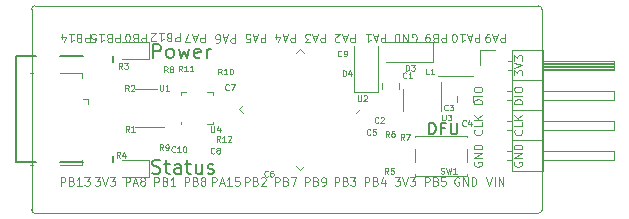
<source format=gto>
From 22959d7e355fc75186cb1cedfdeb1ab7f00991a2 Mon Sep 17 00:00:00 2001
From: Jan--Henrik <janhenrik@janhenrik.org>
Date: Sun, 5 May 2019 17:11:19 +0200
Subject: initital commit

---
 gerber/stm32f072PrototypingBoard-F_SilkS.gto | 2581 ++++++++++++++++++++++++++
 1 file changed, 2581 insertions(+)
 create mode 100644 gerber/stm32f072PrototypingBoard-F_SilkS.gto

(limited to 'gerber/stm32f072PrototypingBoard-F_SilkS.gto')

diff --git a/gerber/stm32f072PrototypingBoard-F_SilkS.gto b/gerber/stm32f072PrototypingBoard-F_SilkS.gto
new file mode 100644
index 0000000..f98bdc1
--- /dev/null
+++ b/gerber/stm32f072PrototypingBoard-F_SilkS.gto
@@ -0,0 +1,2581 @@
+G04 #@! TF.GenerationSoftware,KiCad,Pcbnew,5.1.0*
+G04 #@! TF.CreationDate,2019-05-01T17:58:47+02:00*
+G04 #@! TF.ProjectId,stm32f072PrototypingBoard,73746d33-3266-4303-9732-50726f746f74,rev?*
+G04 #@! TF.SameCoordinates,Original*
+G04 #@! TF.FileFunction,Legend,Top*
+G04 #@! TF.FilePolarity,Positive*
+%FSLAX46Y46*%
+G04 Gerber Fmt 4.6, Leading zero omitted, Abs format (unit mm)*
+G04 Created by KiCad (PCBNEW 5.1.0) date 2019-05-01 17:58:47*
+%MOMM*%
+%LPD*%
+G04 APERTURE LIST*
+%ADD10C,0.100000*%
+%ADD11C,0.150000*%
+%ADD12C,0.050000*%
+%ADD13C,0.120000*%
+G04 APERTURE END LIST*
+D10*
+X29691666Y-22183333D02*
+X29691666Y-22883333D01*
+X29425000Y-22883333D01*
+X29358333Y-22850000D01*
+X29325000Y-22816666D01*
+X29291666Y-22750000D01*
+X29291666Y-22650000D01*
+X29325000Y-22583333D01*
+X29358333Y-22550000D01*
+X29425000Y-22516666D01*
+X29691666Y-22516666D01*
+X28758333Y-22550000D02*
+X28658333Y-22516666D01*
+X28625000Y-22483333D01*
+X28591666Y-22416666D01*
+X28591666Y-22316666D01*
+X28625000Y-22250000D01*
+X28658333Y-22216666D01*
+X28725000Y-22183333D01*
+X28991666Y-22183333D01*
+X28991666Y-22883333D01*
+X28758333Y-22883333D01*
+X28691666Y-22850000D01*
+X28658333Y-22816666D01*
+X28625000Y-22750000D01*
+X28625000Y-22683333D01*
+X28658333Y-22616666D01*
+X28691666Y-22583333D01*
+X28758333Y-22550000D01*
+X28991666Y-22550000D01*
+X28158333Y-22883333D02*
+X28091666Y-22883333D01*
+X28025000Y-22850000D01*
+X27991666Y-22816666D01*
+X27958333Y-22750000D01*
+X27925000Y-22616666D01*
+X27925000Y-22450000D01*
+X27958333Y-22316666D01*
+X27991666Y-22250000D01*
+X28025000Y-22216666D01*
+X28091666Y-22183333D01*
+X28158333Y-22183333D01*
+X28225000Y-22216666D01*
+X28258333Y-22250000D01*
+X28291666Y-22316666D01*
+X28325000Y-22450000D01*
+X28325000Y-22616666D01*
+X28291666Y-22750000D01*
+X28258333Y-22816666D01*
+X28225000Y-22850000D01*
+X28158333Y-22883333D01*
+X24925000Y-22183333D02*
+X24925000Y-22883333D01*
+X24658333Y-22883333D01*
+X24591666Y-22850000D01*
+X24558333Y-22816666D01*
+X24525000Y-22750000D01*
+X24525000Y-22650000D01*
+X24558333Y-22583333D01*
+X24591666Y-22550000D01*
+X24658333Y-22516666D01*
+X24925000Y-22516666D01*
+X23991666Y-22550000D02*
+X23891666Y-22516666D01*
+X23858333Y-22483333D01*
+X23825000Y-22416666D01*
+X23825000Y-22316666D01*
+X23858333Y-22250000D01*
+X23891666Y-22216666D01*
+X23958333Y-22183333D01*
+X24225000Y-22183333D01*
+X24225000Y-22883333D01*
+X23991666Y-22883333D01*
+X23925000Y-22850000D01*
+X23891666Y-22816666D01*
+X23858333Y-22750000D01*
+X23858333Y-22683333D01*
+X23891666Y-22616666D01*
+X23925000Y-22583333D01*
+X23991666Y-22550000D01*
+X24225000Y-22550000D01*
+X23158333Y-22183333D02*
+X23558333Y-22183333D01*
+X23358333Y-22183333D02*
+X23358333Y-22883333D01*
+X23425000Y-22783333D01*
+X23491666Y-22716666D01*
+X23558333Y-22683333D01*
+X22558333Y-22650000D02*
+X22558333Y-22183333D01*
+X22725000Y-22916666D02*
+X22891666Y-22416666D01*
+X22458333Y-22416666D01*
+X27475000Y-22183333D02*
+X27475000Y-22883333D01*
+X27208333Y-22883333D01*
+X27141666Y-22850000D01*
+X27108333Y-22816666D01*
+X27075000Y-22750000D01*
+X27075000Y-22650000D01*
+X27108333Y-22583333D01*
+X27141666Y-22550000D01*
+X27208333Y-22516666D01*
+X27475000Y-22516666D01*
+X26541666Y-22550000D02*
+X26441666Y-22516666D01*
+X26408333Y-22483333D01*
+X26375000Y-22416666D01*
+X26375000Y-22316666D01*
+X26408333Y-22250000D01*
+X26441666Y-22216666D01*
+X26508333Y-22183333D01*
+X26775000Y-22183333D01*
+X26775000Y-22883333D01*
+X26541666Y-22883333D01*
+X26475000Y-22850000D01*
+X26441666Y-22816666D01*
+X26408333Y-22750000D01*
+X26408333Y-22683333D01*
+X26441666Y-22616666D01*
+X26475000Y-22583333D01*
+X26541666Y-22550000D01*
+X26775000Y-22550000D01*
+X25708333Y-22183333D02*
+X26108333Y-22183333D01*
+X25908333Y-22183333D02*
+X25908333Y-22883333D01*
+X25975000Y-22783333D01*
+X26041666Y-22716666D01*
+X26108333Y-22683333D01*
+X25075000Y-22883333D02*
+X25408333Y-22883333D01*
+X25441666Y-22550000D01*
+X25408333Y-22583333D01*
+X25341666Y-22616666D01*
+X25175000Y-22616666D01*
+X25108333Y-22583333D01*
+X25075000Y-22550000D01*
+X25041666Y-22483333D01*
+X25041666Y-22316666D01*
+X25075000Y-22250000D01*
+X25108333Y-22216666D01*
+X25175000Y-22183333D01*
+X25341666Y-22183333D01*
+X25408333Y-22216666D01*
+X25441666Y-22250000D01*
+X32550000Y-22133333D02*
+X32550000Y-22833333D01*
+X32283333Y-22833333D01*
+X32216666Y-22800000D01*
+X32183333Y-22766666D01*
+X32150000Y-22700000D01*
+X32150000Y-22600000D01*
+X32183333Y-22533333D01*
+X32216666Y-22500000D01*
+X32283333Y-22466666D01*
+X32550000Y-22466666D01*
+X31616666Y-22500000D02*
+X31516666Y-22466666D01*
+X31483333Y-22433333D01*
+X31450000Y-22366666D01*
+X31450000Y-22266666D01*
+X31483333Y-22200000D01*
+X31516666Y-22166666D01*
+X31583333Y-22133333D01*
+X31850000Y-22133333D01*
+X31850000Y-22833333D01*
+X31616666Y-22833333D01*
+X31550000Y-22800000D01*
+X31516666Y-22766666D01*
+X31483333Y-22700000D01*
+X31483333Y-22633333D01*
+X31516666Y-22566666D01*
+X31550000Y-22533333D01*
+X31616666Y-22500000D01*
+X31850000Y-22500000D01*
+X30783333Y-22133333D02*
+X31183333Y-22133333D01*
+X30983333Y-22133333D02*
+X30983333Y-22833333D01*
+X31050000Y-22733333D01*
+X31116666Y-22666666D01*
+X31183333Y-22633333D01*
+X30516666Y-22766666D02*
+X30483333Y-22800000D01*
+X30416666Y-22833333D01*
+X30250000Y-22833333D01*
+X30183333Y-22800000D01*
+X30150000Y-22766666D01*
+X30116666Y-22700000D01*
+X30116666Y-22633333D01*
+X30150000Y-22533333D01*
+X30550000Y-22133333D01*
+X30116666Y-22133333D01*
+X34666666Y-22183333D02*
+X34666666Y-22883333D01*
+X34400000Y-22883333D01*
+X34333333Y-22850000D01*
+X34300000Y-22816666D01*
+X34266666Y-22750000D01*
+X34266666Y-22650000D01*
+X34300000Y-22583333D01*
+X34333333Y-22550000D01*
+X34400000Y-22516666D01*
+X34666666Y-22516666D01*
+X34000000Y-22383333D02*
+X33666666Y-22383333D01*
+X34066666Y-22183333D02*
+X33833333Y-22883333D01*
+X33600000Y-22183333D01*
+X33433333Y-22883333D02*
+X32966666Y-22883333D01*
+X33266666Y-22183333D01*
+X37241666Y-22233333D02*
+X37241666Y-22933333D01*
+X36975000Y-22933333D01*
+X36908333Y-22900000D01*
+X36875000Y-22866666D01*
+X36841666Y-22800000D01*
+X36841666Y-22700000D01*
+X36875000Y-22633333D01*
+X36908333Y-22600000D01*
+X36975000Y-22566666D01*
+X37241666Y-22566666D01*
+X36575000Y-22433333D02*
+X36241666Y-22433333D01*
+X36641666Y-22233333D02*
+X36408333Y-22933333D01*
+X36175000Y-22233333D01*
+X35641666Y-22933333D02*
+X35775000Y-22933333D01*
+X35841666Y-22900000D01*
+X35875000Y-22866666D01*
+X35941666Y-22766666D01*
+X35975000Y-22633333D01*
+X35975000Y-22366666D01*
+X35941666Y-22300000D01*
+X35908333Y-22266666D01*
+X35841666Y-22233333D01*
+X35708333Y-22233333D01*
+X35641666Y-22266666D01*
+X35608333Y-22300000D01*
+X35575000Y-22366666D01*
+X35575000Y-22533333D01*
+X35608333Y-22600000D01*
+X35641666Y-22633333D01*
+X35708333Y-22666666D01*
+X35841666Y-22666666D01*
+X35908333Y-22633333D01*
+X35941666Y-22600000D01*
+X35975000Y-22533333D01*
+X39791666Y-22183333D02*
+X39791666Y-22883333D01*
+X39525000Y-22883333D01*
+X39458333Y-22850000D01*
+X39425000Y-22816666D01*
+X39391666Y-22750000D01*
+X39391666Y-22650000D01*
+X39425000Y-22583333D01*
+X39458333Y-22550000D01*
+X39525000Y-22516666D01*
+X39791666Y-22516666D01*
+X39125000Y-22383333D02*
+X38791666Y-22383333D01*
+X39191666Y-22183333D02*
+X38958333Y-22883333D01*
+X38725000Y-22183333D01*
+X38158333Y-22883333D02*
+X38491666Y-22883333D01*
+X38525000Y-22550000D01*
+X38491666Y-22583333D01*
+X38425000Y-22616666D01*
+X38258333Y-22616666D01*
+X38191666Y-22583333D01*
+X38158333Y-22550000D01*
+X38125000Y-22483333D01*
+X38125000Y-22316666D01*
+X38158333Y-22250000D01*
+X38191666Y-22216666D01*
+X38258333Y-22183333D01*
+X38425000Y-22183333D01*
+X38491666Y-22216666D01*
+X38525000Y-22250000D01*
+X42316666Y-22183333D02*
+X42316666Y-22883333D01*
+X42050000Y-22883333D01*
+X41983333Y-22850000D01*
+X41950000Y-22816666D01*
+X41916666Y-22750000D01*
+X41916666Y-22650000D01*
+X41950000Y-22583333D01*
+X41983333Y-22550000D01*
+X42050000Y-22516666D01*
+X42316666Y-22516666D01*
+X41650000Y-22383333D02*
+X41316666Y-22383333D01*
+X41716666Y-22183333D02*
+X41483333Y-22883333D01*
+X41250000Y-22183333D01*
+X40716666Y-22650000D02*
+X40716666Y-22183333D01*
+X40883333Y-22916666D02*
+X41050000Y-22416666D01*
+X40616666Y-22416666D01*
+X44841666Y-22183333D02*
+X44841666Y-22883333D01*
+X44575000Y-22883333D01*
+X44508333Y-22850000D01*
+X44475000Y-22816666D01*
+X44441666Y-22750000D01*
+X44441666Y-22650000D01*
+X44475000Y-22583333D01*
+X44508333Y-22550000D01*
+X44575000Y-22516666D01*
+X44841666Y-22516666D01*
+X44175000Y-22383333D02*
+X43841666Y-22383333D01*
+X44241666Y-22183333D02*
+X44008333Y-22883333D01*
+X43775000Y-22183333D01*
+X43608333Y-22883333D02*
+X43175000Y-22883333D01*
+X43408333Y-22616666D01*
+X43308333Y-22616666D01*
+X43241666Y-22583333D01*
+X43208333Y-22550000D01*
+X43175000Y-22483333D01*
+X43175000Y-22316666D01*
+X43208333Y-22250000D01*
+X43241666Y-22216666D01*
+X43308333Y-22183333D01*
+X43508333Y-22183333D01*
+X43575000Y-22216666D01*
+X43608333Y-22250000D01*
+X47366666Y-22183333D02*
+X47366666Y-22883333D01*
+X47100000Y-22883333D01*
+X47033333Y-22850000D01*
+X47000000Y-22816666D01*
+X46966666Y-22750000D01*
+X46966666Y-22650000D01*
+X47000000Y-22583333D01*
+X47033333Y-22550000D01*
+X47100000Y-22516666D01*
+X47366666Y-22516666D01*
+X46700000Y-22383333D02*
+X46366666Y-22383333D01*
+X46766666Y-22183333D02*
+X46533333Y-22883333D01*
+X46300000Y-22183333D01*
+X46100000Y-22816666D02*
+X46066666Y-22850000D01*
+X46000000Y-22883333D01*
+X45833333Y-22883333D01*
+X45766666Y-22850000D01*
+X45733333Y-22816666D01*
+X45700000Y-22750000D01*
+X45700000Y-22683333D01*
+X45733333Y-22583333D01*
+X46133333Y-22183333D01*
+X45700000Y-22183333D01*
+X49966666Y-22183333D02*
+X49966666Y-22883333D01*
+X49700000Y-22883333D01*
+X49633333Y-22850000D01*
+X49600000Y-22816666D01*
+X49566666Y-22750000D01*
+X49566666Y-22650000D01*
+X49600000Y-22583333D01*
+X49633333Y-22550000D01*
+X49700000Y-22516666D01*
+X49966666Y-22516666D01*
+X49300000Y-22383333D02*
+X48966666Y-22383333D01*
+X49366666Y-22183333D02*
+X49133333Y-22883333D01*
+X48900000Y-22183333D01*
+X48300000Y-22183333D02*
+X48700000Y-22183333D01*
+X48500000Y-22183333D02*
+X48500000Y-22883333D01*
+X48566666Y-22783333D01*
+X48633333Y-22716666D01*
+X48700000Y-22683333D01*
+X52208333Y-22850000D02*
+X52275000Y-22883333D01*
+X52375000Y-22883333D01*
+X52475000Y-22850000D01*
+X52541666Y-22783333D01*
+X52575000Y-22716666D01*
+X52608333Y-22583333D01*
+X52608333Y-22483333D01*
+X52575000Y-22350000D01*
+X52541666Y-22283333D01*
+X52475000Y-22216666D01*
+X52375000Y-22183333D01*
+X52308333Y-22183333D01*
+X52208333Y-22216666D01*
+X52175000Y-22250000D01*
+X52175000Y-22483333D01*
+X52308333Y-22483333D01*
+X51875000Y-22183333D02*
+X51875000Y-22883333D01*
+X51475000Y-22183333D01*
+X51475000Y-22883333D01*
+X51141666Y-22183333D02*
+X51141666Y-22883333D01*
+X50975000Y-22883333D01*
+X50875000Y-22850000D01*
+X50808333Y-22783333D01*
+X50775000Y-22716666D01*
+X50741666Y-22583333D01*
+X50741666Y-22483333D01*
+X50775000Y-22350000D01*
+X50808333Y-22283333D01*
+X50875000Y-22216666D01*
+X50975000Y-22183333D01*
+X51141666Y-22183333D01*
+X55091666Y-22183333D02*
+X55091666Y-22883333D01*
+X54825000Y-22883333D01*
+X54758333Y-22850000D01*
+X54725000Y-22816666D01*
+X54691666Y-22750000D01*
+X54691666Y-22650000D01*
+X54725000Y-22583333D01*
+X54758333Y-22550000D01*
+X54825000Y-22516666D01*
+X55091666Y-22516666D01*
+X54158333Y-22550000D02*
+X54058333Y-22516666D01*
+X54025000Y-22483333D01*
+X53991666Y-22416666D01*
+X53991666Y-22316666D01*
+X54025000Y-22250000D01*
+X54058333Y-22216666D01*
+X54125000Y-22183333D01*
+X54391666Y-22183333D01*
+X54391666Y-22883333D01*
+X54158333Y-22883333D01*
+X54091666Y-22850000D01*
+X54058333Y-22816666D01*
+X54025000Y-22750000D01*
+X54025000Y-22683333D01*
+X54058333Y-22616666D01*
+X54091666Y-22583333D01*
+X54158333Y-22550000D01*
+X54391666Y-22550000D01*
+X53658333Y-22183333D02*
+X53525000Y-22183333D01*
+X53458333Y-22216666D01*
+X53425000Y-22250000D01*
+X53358333Y-22350000D01*
+X53325000Y-22483333D01*
+X53325000Y-22750000D01*
+X53358333Y-22816666D01*
+X53391666Y-22850000D01*
+X53458333Y-22883333D01*
+X53591666Y-22883333D01*
+X53658333Y-22850000D01*
+X53691666Y-22816666D01*
+X53725000Y-22750000D01*
+X53725000Y-22583333D01*
+X53691666Y-22516666D01*
+X53658333Y-22483333D01*
+X53591666Y-22450000D01*
+X53458333Y-22450000D01*
+X53391666Y-22483333D01*
+X53358333Y-22516666D01*
+X53325000Y-22583333D01*
+X57925000Y-22183333D02*
+X57925000Y-22883333D01*
+X57658333Y-22883333D01*
+X57591666Y-22850000D01*
+X57558333Y-22816666D01*
+X57525000Y-22750000D01*
+X57525000Y-22650000D01*
+X57558333Y-22583333D01*
+X57591666Y-22550000D01*
+X57658333Y-22516666D01*
+X57925000Y-22516666D01*
+X57258333Y-22383333D02*
+X56925000Y-22383333D01*
+X57325000Y-22183333D02*
+X57091666Y-22883333D01*
+X56858333Y-22183333D01*
+X56258333Y-22183333D02*
+X56658333Y-22183333D01*
+X56458333Y-22183333D02*
+X56458333Y-22883333D01*
+X56525000Y-22783333D01*
+X56591666Y-22716666D01*
+X56658333Y-22683333D01*
+X55825000Y-22883333D02*
+X55758333Y-22883333D01*
+X55691666Y-22850000D01*
+X55658333Y-22816666D01*
+X55625000Y-22750000D01*
+X55591666Y-22616666D01*
+X55591666Y-22450000D01*
+X55625000Y-22316666D01*
+X55658333Y-22250000D01*
+X55691666Y-22216666D01*
+X55758333Y-22183333D01*
+X55825000Y-22183333D01*
+X55891666Y-22216666D01*
+X55925000Y-22250000D01*
+X55958333Y-22316666D01*
+X55991666Y-22450000D01*
+X55991666Y-22616666D01*
+X55958333Y-22750000D01*
+X55925000Y-22816666D01*
+X55891666Y-22850000D01*
+X55825000Y-22883333D01*
+X60091666Y-22183333D02*
+X60091666Y-22883333D01*
+X59825000Y-22883333D01*
+X59758333Y-22850000D01*
+X59725000Y-22816666D01*
+X59691666Y-22750000D01*
+X59691666Y-22650000D01*
+X59725000Y-22583333D01*
+X59758333Y-22550000D01*
+X59825000Y-22516666D01*
+X60091666Y-22516666D01*
+X59425000Y-22383333D02*
+X59091666Y-22383333D01*
+X59491666Y-22183333D02*
+X59258333Y-22883333D01*
+X59025000Y-22183333D01*
+X58758333Y-22183333D02*
+X58625000Y-22183333D01*
+X58558333Y-22216666D01*
+X58525000Y-22250000D01*
+X58458333Y-22350000D01*
+X58425000Y-22483333D01*
+X58425000Y-22750000D01*
+X58458333Y-22816666D01*
+X58491666Y-22850000D01*
+X58558333Y-22883333D01*
+X58691666Y-22883333D01*
+X58758333Y-22850000D01*
+X58791666Y-22816666D01*
+X58825000Y-22750000D01*
+X58825000Y-22583333D01*
+X58791666Y-22516666D01*
+X58758333Y-22483333D01*
+X58691666Y-22450000D01*
+X58558333Y-22450000D01*
+X58491666Y-22483333D01*
+X58458333Y-22516666D01*
+X58425000Y-22583333D01*
+X58508333Y-34341666D02*
+X58741666Y-35041666D01*
+X58975000Y-34341666D01*
+X59208333Y-35041666D02*
+X59208333Y-34341666D01*
+X59541666Y-35041666D02*
+X59541666Y-34341666D01*
+X59941666Y-35041666D01*
+X59941666Y-34341666D01*
+X56191666Y-34375000D02*
+X56125000Y-34341666D01*
+X56025000Y-34341666D01*
+X55925000Y-34375000D01*
+X55858333Y-34441666D01*
+X55825000Y-34508333D01*
+X55791666Y-34641666D01*
+X55791666Y-34741666D01*
+X55825000Y-34875000D01*
+X55858333Y-34941666D01*
+X55925000Y-35008333D01*
+X56025000Y-35041666D01*
+X56091666Y-35041666D01*
+X56191666Y-35008333D01*
+X56225000Y-34975000D01*
+X56225000Y-34741666D01*
+X56091666Y-34741666D01*
+X56525000Y-35041666D02*
+X56525000Y-34341666D01*
+X56925000Y-35041666D01*
+X56925000Y-34341666D01*
+X57258333Y-35041666D02*
+X57258333Y-34341666D01*
+X57425000Y-34341666D01*
+X57525000Y-34375000D01*
+X57591666Y-34441666D01*
+X57625000Y-34508333D01*
+X57658333Y-34641666D01*
+X57658333Y-34741666D01*
+X57625000Y-34875000D01*
+X57591666Y-34941666D01*
+X57525000Y-35008333D01*
+X57425000Y-35041666D01*
+X57258333Y-35041666D01*
+X53308333Y-35041666D02*
+X53308333Y-34341666D01*
+X53575000Y-34341666D01*
+X53641666Y-34375000D01*
+X53675000Y-34408333D01*
+X53708333Y-34475000D01*
+X53708333Y-34575000D01*
+X53675000Y-34641666D01*
+X53641666Y-34675000D01*
+X53575000Y-34708333D01*
+X53308333Y-34708333D01*
+X54241666Y-34675000D02*
+X54341666Y-34708333D01*
+X54375000Y-34741666D01*
+X54408333Y-34808333D01*
+X54408333Y-34908333D01*
+X54375000Y-34975000D01*
+X54341666Y-35008333D01*
+X54275000Y-35041666D01*
+X54008333Y-35041666D01*
+X54008333Y-34341666D01*
+X54241666Y-34341666D01*
+X54308333Y-34375000D01*
+X54341666Y-34408333D01*
+X54375000Y-34475000D01*
+X54375000Y-34541666D01*
+X54341666Y-34608333D01*
+X54308333Y-34641666D01*
+X54241666Y-34675000D01*
+X54008333Y-34675000D01*
+X55041666Y-34341666D02*
+X54708333Y-34341666D01*
+X54675000Y-34675000D01*
+X54708333Y-34641666D01*
+X54775000Y-34608333D01*
+X54941666Y-34608333D01*
+X55008333Y-34641666D01*
+X55041666Y-34675000D01*
+X55075000Y-34741666D01*
+X55075000Y-34908333D01*
+X55041666Y-34975000D01*
+X55008333Y-35008333D01*
+X54941666Y-35041666D01*
+X54775000Y-35041666D01*
+X54708333Y-35008333D01*
+X54675000Y-34975000D01*
+X50758333Y-34341666D02*
+X51191666Y-34341666D01*
+X50958333Y-34608333D01*
+X51058333Y-34608333D01*
+X51125000Y-34641666D01*
+X51158333Y-34675000D01*
+X51191666Y-34741666D01*
+X51191666Y-34908333D01*
+X51158333Y-34975000D01*
+X51125000Y-35008333D01*
+X51058333Y-35041666D01*
+X50858333Y-35041666D01*
+X50791666Y-35008333D01*
+X50758333Y-34975000D01*
+X51391666Y-34341666D02*
+X51625000Y-35041666D01*
+X51858333Y-34341666D01*
+X52025000Y-34341666D02*
+X52458333Y-34341666D01*
+X52225000Y-34608333D01*
+X52325000Y-34608333D01*
+X52391666Y-34641666D01*
+X52425000Y-34675000D01*
+X52458333Y-34741666D01*
+X52458333Y-34908333D01*
+X52425000Y-34975000D01*
+X52391666Y-35008333D01*
+X52325000Y-35041666D01*
+X52125000Y-35041666D01*
+X52058333Y-35008333D01*
+X52025000Y-34975000D01*
+X48208333Y-35041666D02*
+X48208333Y-34341666D01*
+X48475000Y-34341666D01*
+X48541666Y-34375000D01*
+X48575000Y-34408333D01*
+X48608333Y-34475000D01*
+X48608333Y-34575000D01*
+X48575000Y-34641666D01*
+X48541666Y-34675000D01*
+X48475000Y-34708333D01*
+X48208333Y-34708333D01*
+X49141666Y-34675000D02*
+X49241666Y-34708333D01*
+X49275000Y-34741666D01*
+X49308333Y-34808333D01*
+X49308333Y-34908333D01*
+X49275000Y-34975000D01*
+X49241666Y-35008333D01*
+X49175000Y-35041666D01*
+X48908333Y-35041666D01*
+X48908333Y-34341666D01*
+X49141666Y-34341666D01*
+X49208333Y-34375000D01*
+X49241666Y-34408333D01*
+X49275000Y-34475000D01*
+X49275000Y-34541666D01*
+X49241666Y-34608333D01*
+X49208333Y-34641666D01*
+X49141666Y-34675000D01*
+X48908333Y-34675000D01*
+X49908333Y-34575000D02*
+X49908333Y-35041666D01*
+X49741666Y-34308333D02*
+X49575000Y-34808333D01*
+X50008333Y-34808333D01*
+X45658333Y-35041666D02*
+X45658333Y-34341666D01*
+X45925000Y-34341666D01*
+X45991666Y-34375000D01*
+X46025000Y-34408333D01*
+X46058333Y-34475000D01*
+X46058333Y-34575000D01*
+X46025000Y-34641666D01*
+X45991666Y-34675000D01*
+X45925000Y-34708333D01*
+X45658333Y-34708333D01*
+X46591666Y-34675000D02*
+X46691666Y-34708333D01*
+X46725000Y-34741666D01*
+X46758333Y-34808333D01*
+X46758333Y-34908333D01*
+X46725000Y-34975000D01*
+X46691666Y-35008333D01*
+X46625000Y-35041666D01*
+X46358333Y-35041666D01*
+X46358333Y-34341666D01*
+X46591666Y-34341666D01*
+X46658333Y-34375000D01*
+X46691666Y-34408333D01*
+X46725000Y-34475000D01*
+X46725000Y-34541666D01*
+X46691666Y-34608333D01*
+X46658333Y-34641666D01*
+X46591666Y-34675000D01*
+X46358333Y-34675000D01*
+X46991666Y-34341666D02*
+X47425000Y-34341666D01*
+X47191666Y-34608333D01*
+X47291666Y-34608333D01*
+X47358333Y-34641666D01*
+X47391666Y-34675000D01*
+X47425000Y-34741666D01*
+X47425000Y-34908333D01*
+X47391666Y-34975000D01*
+X47358333Y-35008333D01*
+X47291666Y-35041666D01*
+X47091666Y-35041666D01*
+X47025000Y-35008333D01*
+X46991666Y-34975000D01*
+X43158333Y-35041666D02*
+X43158333Y-34341666D01*
+X43425000Y-34341666D01*
+X43491666Y-34375000D01*
+X43525000Y-34408333D01*
+X43558333Y-34475000D01*
+X43558333Y-34575000D01*
+X43525000Y-34641666D01*
+X43491666Y-34675000D01*
+X43425000Y-34708333D01*
+X43158333Y-34708333D01*
+X44091666Y-34675000D02*
+X44191666Y-34708333D01*
+X44225000Y-34741666D01*
+X44258333Y-34808333D01*
+X44258333Y-34908333D01*
+X44225000Y-34975000D01*
+X44191666Y-35008333D01*
+X44125000Y-35041666D01*
+X43858333Y-35041666D01*
+X43858333Y-34341666D01*
+X44091666Y-34341666D01*
+X44158333Y-34375000D01*
+X44191666Y-34408333D01*
+X44225000Y-34475000D01*
+X44225000Y-34541666D01*
+X44191666Y-34608333D01*
+X44158333Y-34641666D01*
+X44091666Y-34675000D01*
+X43858333Y-34675000D01*
+X44591666Y-35041666D02*
+X44725000Y-35041666D01*
+X44791666Y-35008333D01*
+X44825000Y-34975000D01*
+X44891666Y-34875000D01*
+X44925000Y-34741666D01*
+X44925000Y-34475000D01*
+X44891666Y-34408333D01*
+X44858333Y-34375000D01*
+X44791666Y-34341666D01*
+X44658333Y-34341666D01*
+X44591666Y-34375000D01*
+X44558333Y-34408333D01*
+X44525000Y-34475000D01*
+X44525000Y-34641666D01*
+X44558333Y-34708333D01*
+X44591666Y-34741666D01*
+X44658333Y-34775000D01*
+X44791666Y-34775000D01*
+X44858333Y-34741666D01*
+X44891666Y-34708333D01*
+X44925000Y-34641666D01*
+X40608333Y-35041666D02*
+X40608333Y-34341666D01*
+X40875000Y-34341666D01*
+X40941666Y-34375000D01*
+X40975000Y-34408333D01*
+X41008333Y-34475000D01*
+X41008333Y-34575000D01*
+X40975000Y-34641666D01*
+X40941666Y-34675000D01*
+X40875000Y-34708333D01*
+X40608333Y-34708333D01*
+X41541666Y-34675000D02*
+X41641666Y-34708333D01*
+X41675000Y-34741666D01*
+X41708333Y-34808333D01*
+X41708333Y-34908333D01*
+X41675000Y-34975000D01*
+X41641666Y-35008333D01*
+X41575000Y-35041666D01*
+X41308333Y-35041666D01*
+X41308333Y-34341666D01*
+X41541666Y-34341666D01*
+X41608333Y-34375000D01*
+X41641666Y-34408333D01*
+X41675000Y-34475000D01*
+X41675000Y-34541666D01*
+X41641666Y-34608333D01*
+X41608333Y-34641666D01*
+X41541666Y-34675000D01*
+X41308333Y-34675000D01*
+X41941666Y-34341666D02*
+X42408333Y-34341666D01*
+X42108333Y-35041666D01*
+X38058333Y-35041666D02*
+X38058333Y-34341666D01*
+X38325000Y-34341666D01*
+X38391666Y-34375000D01*
+X38425000Y-34408333D01*
+X38458333Y-34475000D01*
+X38458333Y-34575000D01*
+X38425000Y-34641666D01*
+X38391666Y-34675000D01*
+X38325000Y-34708333D01*
+X38058333Y-34708333D01*
+X38991666Y-34675000D02*
+X39091666Y-34708333D01*
+X39125000Y-34741666D01*
+X39158333Y-34808333D01*
+X39158333Y-34908333D01*
+X39125000Y-34975000D01*
+X39091666Y-35008333D01*
+X39025000Y-35041666D01*
+X38758333Y-35041666D01*
+X38758333Y-34341666D01*
+X38991666Y-34341666D01*
+X39058333Y-34375000D01*
+X39091666Y-34408333D01*
+X39125000Y-34475000D01*
+X39125000Y-34541666D01*
+X39091666Y-34608333D01*
+X39058333Y-34641666D01*
+X38991666Y-34675000D01*
+X38758333Y-34675000D01*
+X39425000Y-34408333D02*
+X39458333Y-34375000D01*
+X39525000Y-34341666D01*
+X39691666Y-34341666D01*
+X39758333Y-34375000D01*
+X39791666Y-34408333D01*
+X39825000Y-34475000D01*
+X39825000Y-34541666D01*
+X39791666Y-34641666D01*
+X39391666Y-35041666D01*
+X39825000Y-35041666D01*
+X35275000Y-35041666D02*
+X35275000Y-34341666D01*
+X35541666Y-34341666D01*
+X35608333Y-34375000D01*
+X35641666Y-34408333D01*
+X35675000Y-34475000D01*
+X35675000Y-34575000D01*
+X35641666Y-34641666D01*
+X35608333Y-34675000D01*
+X35541666Y-34708333D01*
+X35275000Y-34708333D01*
+X35941666Y-34841666D02*
+X36275000Y-34841666D01*
+X35875000Y-35041666D02*
+X36108333Y-34341666D01*
+X36341666Y-35041666D01*
+X36941666Y-35041666D02*
+X36541666Y-35041666D01*
+X36741666Y-35041666D02*
+X36741666Y-34341666D01*
+X36675000Y-34441666D01*
+X36608333Y-34508333D01*
+X36541666Y-34541666D01*
+X37575000Y-34341666D02*
+X37241666Y-34341666D01*
+X37208333Y-34675000D01*
+X37241666Y-34641666D01*
+X37308333Y-34608333D01*
+X37475000Y-34608333D01*
+X37541666Y-34641666D01*
+X37575000Y-34675000D01*
+X37608333Y-34741666D01*
+X37608333Y-34908333D01*
+X37575000Y-34975000D01*
+X37541666Y-35008333D01*
+X37475000Y-35041666D01*
+X37308333Y-35041666D01*
+X37241666Y-35008333D01*
+X37208333Y-34975000D01*
+X32958333Y-35041666D02*
+X32958333Y-34341666D01*
+X33225000Y-34341666D01*
+X33291666Y-34375000D01*
+X33325000Y-34408333D01*
+X33358333Y-34475000D01*
+X33358333Y-34575000D01*
+X33325000Y-34641666D01*
+X33291666Y-34675000D01*
+X33225000Y-34708333D01*
+X32958333Y-34708333D01*
+X33891666Y-34675000D02*
+X33991666Y-34708333D01*
+X34025000Y-34741666D01*
+X34058333Y-34808333D01*
+X34058333Y-34908333D01*
+X34025000Y-34975000D01*
+X33991666Y-35008333D01*
+X33925000Y-35041666D01*
+X33658333Y-35041666D01*
+X33658333Y-34341666D01*
+X33891666Y-34341666D01*
+X33958333Y-34375000D01*
+X33991666Y-34408333D01*
+X34025000Y-34475000D01*
+X34025000Y-34541666D01*
+X33991666Y-34608333D01*
+X33958333Y-34641666D01*
+X33891666Y-34675000D01*
+X33658333Y-34675000D01*
+X34458333Y-34641666D02*
+X34391666Y-34608333D01*
+X34358333Y-34575000D01*
+X34325000Y-34508333D01*
+X34325000Y-34475000D01*
+X34358333Y-34408333D01*
+X34391666Y-34375000D01*
+X34458333Y-34341666D01*
+X34591666Y-34341666D01*
+X34658333Y-34375000D01*
+X34691666Y-34408333D01*
+X34725000Y-34475000D01*
+X34725000Y-34508333D01*
+X34691666Y-34575000D01*
+X34658333Y-34608333D01*
+X34591666Y-34641666D01*
+X34458333Y-34641666D01*
+X34391666Y-34675000D01*
+X34358333Y-34708333D01*
+X34325000Y-34775000D01*
+X34325000Y-34908333D01*
+X34358333Y-34975000D01*
+X34391666Y-35008333D01*
+X34458333Y-35041666D01*
+X34591666Y-35041666D01*
+X34658333Y-35008333D01*
+X34691666Y-34975000D01*
+X34725000Y-34908333D01*
+X34725000Y-34775000D01*
+X34691666Y-34708333D01*
+X34658333Y-34675000D01*
+X34591666Y-34641666D01*
+X30408333Y-35041666D02*
+X30408333Y-34341666D01*
+X30675000Y-34341666D01*
+X30741666Y-34375000D01*
+X30775000Y-34408333D01*
+X30808333Y-34475000D01*
+X30808333Y-34575000D01*
+X30775000Y-34641666D01*
+X30741666Y-34675000D01*
+X30675000Y-34708333D01*
+X30408333Y-34708333D01*
+X31341666Y-34675000D02*
+X31441666Y-34708333D01*
+X31475000Y-34741666D01*
+X31508333Y-34808333D01*
+X31508333Y-34908333D01*
+X31475000Y-34975000D01*
+X31441666Y-35008333D01*
+X31375000Y-35041666D01*
+X31108333Y-35041666D01*
+X31108333Y-34341666D01*
+X31341666Y-34341666D01*
+X31408333Y-34375000D01*
+X31441666Y-34408333D01*
+X31475000Y-34475000D01*
+X31475000Y-34541666D01*
+X31441666Y-34608333D01*
+X31408333Y-34641666D01*
+X31341666Y-34675000D01*
+X31108333Y-34675000D01*
+X32175000Y-35041666D02*
+X31775000Y-35041666D01*
+X31975000Y-35041666D02*
+X31975000Y-34341666D01*
+X31908333Y-34441666D01*
+X31841666Y-34508333D01*
+X31775000Y-34541666D01*
+X27958333Y-35041666D02*
+X27958333Y-34341666D01*
+X28225000Y-34341666D01*
+X28291666Y-34375000D01*
+X28325000Y-34408333D01*
+X28358333Y-34475000D01*
+X28358333Y-34575000D01*
+X28325000Y-34641666D01*
+X28291666Y-34675000D01*
+X28225000Y-34708333D01*
+X27958333Y-34708333D01*
+X28625000Y-34841666D02*
+X28958333Y-34841666D01*
+X28558333Y-35041666D02*
+X28791666Y-34341666D01*
+X29025000Y-35041666D01*
+X29358333Y-34641666D02*
+X29291666Y-34608333D01*
+X29258333Y-34575000D01*
+X29225000Y-34508333D01*
+X29225000Y-34475000D01*
+X29258333Y-34408333D01*
+X29291666Y-34375000D01*
+X29358333Y-34341666D01*
+X29491666Y-34341666D01*
+X29558333Y-34375000D01*
+X29591666Y-34408333D01*
+X29625000Y-34475000D01*
+X29625000Y-34508333D01*
+X29591666Y-34575000D01*
+X29558333Y-34608333D01*
+X29491666Y-34641666D01*
+X29358333Y-34641666D01*
+X29291666Y-34675000D01*
+X29258333Y-34708333D01*
+X29225000Y-34775000D01*
+X29225000Y-34908333D01*
+X29258333Y-34975000D01*
+X29291666Y-35008333D01*
+X29358333Y-35041666D01*
+X29491666Y-35041666D01*
+X29558333Y-35008333D01*
+X29591666Y-34975000D01*
+X29625000Y-34908333D01*
+X29625000Y-34775000D01*
+X29591666Y-34708333D01*
+X29558333Y-34675000D01*
+X29491666Y-34641666D01*
+X22475000Y-35041666D02*
+X22475000Y-34341666D01*
+X22741666Y-34341666D01*
+X22808333Y-34375000D01*
+X22841666Y-34408333D01*
+X22875000Y-34475000D01*
+X22875000Y-34575000D01*
+X22841666Y-34641666D01*
+X22808333Y-34675000D01*
+X22741666Y-34708333D01*
+X22475000Y-34708333D01*
+X23408333Y-34675000D02*
+X23508333Y-34708333D01*
+X23541666Y-34741666D01*
+X23575000Y-34808333D01*
+X23575000Y-34908333D01*
+X23541666Y-34975000D01*
+X23508333Y-35008333D01*
+X23441666Y-35041666D01*
+X23175000Y-35041666D01*
+X23175000Y-34341666D01*
+X23408333Y-34341666D01*
+X23475000Y-34375000D01*
+X23508333Y-34408333D01*
+X23541666Y-34475000D01*
+X23541666Y-34541666D01*
+X23508333Y-34608333D01*
+X23475000Y-34641666D01*
+X23408333Y-34675000D01*
+X23175000Y-34675000D01*
+X24241666Y-35041666D02*
+X23841666Y-35041666D01*
+X24041666Y-35041666D02*
+X24041666Y-34341666D01*
+X23975000Y-34441666D01*
+X23908333Y-34508333D01*
+X23841666Y-34541666D01*
+X24475000Y-34341666D02*
+X24908333Y-34341666D01*
+X24675000Y-34608333D01*
+X24775000Y-34608333D01*
+X24841666Y-34641666D01*
+X24875000Y-34675000D01*
+X24908333Y-34741666D01*
+X24908333Y-34908333D01*
+X24875000Y-34975000D01*
+X24841666Y-35008333D01*
+X24775000Y-35041666D01*
+X24575000Y-35041666D01*
+X24508333Y-35008333D01*
+X24475000Y-34975000D01*
+X25358333Y-34341666D02*
+X25791666Y-34341666D01*
+X25558333Y-34608333D01*
+X25658333Y-34608333D01*
+X25725000Y-34641666D01*
+X25758333Y-34675000D01*
+X25791666Y-34741666D01*
+X25791666Y-34908333D01*
+X25758333Y-34975000D01*
+X25725000Y-35008333D01*
+X25658333Y-35041666D01*
+X25458333Y-35041666D01*
+X25391666Y-35008333D01*
+X25358333Y-34975000D01*
+X25991666Y-34341666D02*
+X26225000Y-35041666D01*
+X26458333Y-34341666D01*
+X26625000Y-34341666D02*
+X27058333Y-34341666D01*
+X26825000Y-34608333D01*
+X26925000Y-34608333D01*
+X26991666Y-34641666D01*
+X27025000Y-34675000D01*
+X27058333Y-34741666D01*
+X27058333Y-34908333D01*
+X27025000Y-34975000D01*
+X26991666Y-35008333D01*
+X26925000Y-35041666D01*
+X26725000Y-35041666D01*
+X26658333Y-35008333D01*
+X26625000Y-34975000D01*
+X58166666Y-28116666D02*
+X57466666Y-28116666D01*
+X57466666Y-27950000D01*
+X57500000Y-27850000D01*
+X57566666Y-27783333D01*
+X57633333Y-27750000D01*
+X57766666Y-27716666D01*
+X57866666Y-27716666D01*
+X58000000Y-27750000D01*
+X58066666Y-27783333D01*
+X58133333Y-27850000D01*
+X58166666Y-27950000D01*
+X58166666Y-28116666D01*
+X58166666Y-27416666D02*
+X57466666Y-27416666D01*
+X57466666Y-26950000D02*
+X57466666Y-26816666D01*
+X57500000Y-26750000D01*
+X57566666Y-26683333D01*
+X57700000Y-26650000D01*
+X57933333Y-26650000D01*
+X58066666Y-26683333D01*
+X58133333Y-26750000D01*
+X58166666Y-26816666D01*
+X58166666Y-26950000D01*
+X58133333Y-27016666D01*
+X58066666Y-27083333D01*
+X57933333Y-27116666D01*
+X57700000Y-27116666D01*
+X57566666Y-27083333D01*
+X57500000Y-27016666D01*
+X57466666Y-26950000D01*
+X58100000Y-30316666D02*
+X58133333Y-30350000D01*
+X58166666Y-30450000D01*
+X58166666Y-30516666D01*
+X58133333Y-30616666D01*
+X58066666Y-30683333D01*
+X58000000Y-30716666D01*
+X57866666Y-30750000D01*
+X57766666Y-30750000D01*
+X57633333Y-30716666D01*
+X57566666Y-30683333D01*
+X57500000Y-30616666D01*
+X57466666Y-30516666D01*
+X57466666Y-30450000D01*
+X57500000Y-30350000D01*
+X57533333Y-30316666D01*
+X58166666Y-29683333D02*
+X58166666Y-30016666D01*
+X57466666Y-30016666D01*
+X58166666Y-29450000D02*
+X57466666Y-29450000D01*
+X58166666Y-29050000D02*
+X57766666Y-29350000D01*
+X57466666Y-29050000D02*
+X57866666Y-29450000D01*
+X57475000Y-33033333D02*
+X57441666Y-33100000D01*
+X57441666Y-33200000D01*
+X57475000Y-33300000D01*
+X57541666Y-33366666D01*
+X57608333Y-33400000D01*
+X57741666Y-33433333D01*
+X57841666Y-33433333D01*
+X57975000Y-33400000D01*
+X58041666Y-33366666D01*
+X58108333Y-33300000D01*
+X58141666Y-33200000D01*
+X58141666Y-33133333D01*
+X58108333Y-33033333D01*
+X58075000Y-33000000D01*
+X57841666Y-33000000D01*
+X57841666Y-33133333D01*
+X58141666Y-32700000D02*
+X57441666Y-32700000D01*
+X58141666Y-32300000D01*
+X57441666Y-32300000D01*
+X58141666Y-31966666D02*
+X57441666Y-31966666D01*
+X57441666Y-31800000D01*
+X57475000Y-31700000D01*
+X57541666Y-31633333D01*
+X57608333Y-31600000D01*
+X57741666Y-31566666D01*
+X57841666Y-31566666D01*
+X57975000Y-31600000D01*
+X58041666Y-31633333D01*
+X58108333Y-31700000D01*
+X58141666Y-31800000D01*
+X58141666Y-31966666D01*
+X61500000Y-30316666D02*
+X61533333Y-30350000D01*
+X61566666Y-30450000D01*
+X61566666Y-30516666D01*
+X61533333Y-30616666D01*
+X61466666Y-30683333D01*
+X61400000Y-30716666D01*
+X61266666Y-30750000D01*
+X61166666Y-30750000D01*
+X61033333Y-30716666D01*
+X60966666Y-30683333D01*
+X60900000Y-30616666D01*
+X60866666Y-30516666D01*
+X60866666Y-30450000D01*
+X60900000Y-30350000D01*
+X60933333Y-30316666D01*
+X61566666Y-29683333D02*
+X61566666Y-30016666D01*
+X60866666Y-30016666D01*
+X61566666Y-29450000D02*
+X60866666Y-29450000D01*
+X61566666Y-29050000D02*
+X61166666Y-29350000D01*
+X60866666Y-29050000D02*
+X61266666Y-29450000D01*
+X61566666Y-28116666D02*
+X60866666Y-28116666D01*
+X60866666Y-27950000D01*
+X60900000Y-27850000D01*
+X60966666Y-27783333D01*
+X61033333Y-27750000D01*
+X61166666Y-27716666D01*
+X61266666Y-27716666D01*
+X61400000Y-27750000D01*
+X61466666Y-27783333D01*
+X61533333Y-27850000D01*
+X61566666Y-27950000D01*
+X61566666Y-28116666D01*
+X61566666Y-27416666D02*
+X60866666Y-27416666D01*
+X60866666Y-26950000D02*
+X60866666Y-26816666D01*
+X60900000Y-26750000D01*
+X60966666Y-26683333D01*
+X61100000Y-26650000D01*
+X61333333Y-26650000D01*
+X61466666Y-26683333D01*
+X61533333Y-26750000D01*
+X61566666Y-26816666D01*
+X61566666Y-26950000D01*
+X61533333Y-27016666D01*
+X61466666Y-27083333D01*
+X61333333Y-27116666D01*
+X61100000Y-27116666D01*
+X60966666Y-27083333D01*
+X60900000Y-27016666D01*
+X60866666Y-26950000D01*
+X60875000Y-33033333D02*
+X60841666Y-33100000D01*
+X60841666Y-33200000D01*
+X60875000Y-33300000D01*
+X60941666Y-33366666D01*
+X61008333Y-33400000D01*
+X61141666Y-33433333D01*
+X61241666Y-33433333D01*
+X61375000Y-33400000D01*
+X61441666Y-33366666D01*
+X61508333Y-33300000D01*
+X61541666Y-33200000D01*
+X61541666Y-33133333D01*
+X61508333Y-33033333D01*
+X61475000Y-33000000D01*
+X61241666Y-33000000D01*
+X61241666Y-33133333D01*
+X61541666Y-32700000D02*
+X60841666Y-32700000D01*
+X61541666Y-32300000D01*
+X60841666Y-32300000D01*
+X61541666Y-31966666D02*
+X60841666Y-31966666D01*
+X60841666Y-31800000D01*
+X60875000Y-31700000D01*
+X60941666Y-31633333D01*
+X61008333Y-31600000D01*
+X61141666Y-31566666D01*
+X61241666Y-31566666D01*
+X61375000Y-31600000D01*
+X61441666Y-31633333D01*
+X61508333Y-31700000D01*
+X61541666Y-31800000D01*
+X61541666Y-31966666D01*
+X60866666Y-25716666D02*
+X60866666Y-25283333D01*
+X61133333Y-25516666D01*
+X61133333Y-25416666D01*
+X61166666Y-25350000D01*
+X61200000Y-25316666D01*
+X61266666Y-25283333D01*
+X61433333Y-25283333D01*
+X61500000Y-25316666D01*
+X61533333Y-25350000D01*
+X61566666Y-25416666D01*
+X61566666Y-25616666D01*
+X61533333Y-25683333D01*
+X61500000Y-25716666D01*
+X60866666Y-25083333D02*
+X61566666Y-24850000D01*
+X60866666Y-24616666D01*
+X60866666Y-24450000D02*
+X60866666Y-24016666D01*
+X61133333Y-24250000D01*
+X61133333Y-24150000D01*
+X61166666Y-24083333D01*
+X61200000Y-24050000D01*
+X61266666Y-24016666D01*
+X61433333Y-24016666D01*
+X61500000Y-24050000D01*
+X61533333Y-24083333D01*
+X61566666Y-24150000D01*
+X61566666Y-24350000D01*
+X61533333Y-24416666D01*
+X61500000Y-24450000D01*
+D11*
+X53635714Y-30702380D02*
+X53635714Y-29702380D01*
+X53873809Y-29702380D01*
+X54016666Y-29750000D01*
+X54111904Y-29845238D01*
+X54159523Y-29940476D01*
+X54207142Y-30130952D01*
+X54207142Y-30273809D01*
+X54159523Y-30464285D01*
+X54111904Y-30559523D01*
+X54016666Y-30654761D01*
+X53873809Y-30702380D01*
+X53635714Y-30702380D01*
+X54969047Y-30178571D02*
+X54635714Y-30178571D01*
+X54635714Y-30702380D02*
+X54635714Y-29702380D01*
+X55111904Y-29702380D01*
+X55492857Y-29702380D02*
+X55492857Y-30511904D01*
+X55540476Y-30607142D01*
+X55588095Y-30654761D01*
+X55683333Y-30702380D01*
+X55873809Y-30702380D01*
+X55969047Y-30654761D01*
+X56016666Y-30607142D01*
+X56064285Y-30511904D01*
+X56064285Y-29702380D01*
+X30226071Y-33985714D02*
+X30397500Y-34042857D01*
+X30683214Y-34042857D01*
+X30797500Y-33985714D01*
+X30854642Y-33928571D01*
+X30911785Y-33814285D01*
+X30911785Y-33700000D01*
+X30854642Y-33585714D01*
+X30797500Y-33528571D01*
+X30683214Y-33471428D01*
+X30454642Y-33414285D01*
+X30340357Y-33357142D01*
+X30283214Y-33300000D01*
+X30226071Y-33185714D01*
+X30226071Y-33071428D01*
+X30283214Y-32957142D01*
+X30340357Y-32900000D01*
+X30454642Y-32842857D01*
+X30740357Y-32842857D01*
+X30911785Y-32900000D01*
+X31254642Y-33242857D02*
+X31711785Y-33242857D01*
+X31426071Y-32842857D02*
+X31426071Y-33871428D01*
+X31483214Y-33985714D01*
+X31597500Y-34042857D01*
+X31711785Y-34042857D01*
+X32626071Y-34042857D02*
+X32626071Y-33414285D01*
+X32568928Y-33300000D01*
+X32454642Y-33242857D01*
+X32226071Y-33242857D01*
+X32111785Y-33300000D01*
+X32626071Y-33985714D02*
+X32511785Y-34042857D01*
+X32226071Y-34042857D01*
+X32111785Y-33985714D01*
+X32054642Y-33871428D01*
+X32054642Y-33757142D01*
+X32111785Y-33642857D01*
+X32226071Y-33585714D01*
+X32511785Y-33585714D01*
+X32626071Y-33528571D01*
+X33026071Y-33242857D02*
+X33483214Y-33242857D01*
+X33197500Y-32842857D02*
+X33197500Y-33871428D01*
+X33254642Y-33985714D01*
+X33368928Y-34042857D01*
+X33483214Y-34042857D01*
+X34397500Y-33242857D02*
+X34397500Y-34042857D01*
+X33883214Y-33242857D02*
+X33883214Y-33871428D01*
+X33940357Y-33985714D01*
+X34054642Y-34042857D01*
+X34226071Y-34042857D01*
+X34340357Y-33985714D01*
+X34397500Y-33928571D01*
+X34911785Y-33985714D02*
+X35026071Y-34042857D01*
+X35254642Y-34042857D01*
+X35368928Y-33985714D01*
+X35426071Y-33871428D01*
+X35426071Y-33814285D01*
+X35368928Y-33700000D01*
+X35254642Y-33642857D01*
+X35083214Y-33642857D01*
+X34968928Y-33585714D01*
+X34911785Y-33471428D01*
+X34911785Y-33414285D01*
+X34968928Y-33300000D01*
+X35083214Y-33242857D01*
+X35254642Y-33242857D01*
+X35368928Y-33300000D01*
+X30283214Y-24242857D02*
+X30283214Y-23042857D01*
+X30740357Y-23042857D01*
+X30854642Y-23100000D01*
+X30911785Y-23157142D01*
+X30968928Y-23271428D01*
+X30968928Y-23442857D01*
+X30911785Y-23557142D01*
+X30854642Y-23614285D01*
+X30740357Y-23671428D01*
+X30283214Y-23671428D01*
+X31654642Y-24242857D02*
+X31540357Y-24185714D01*
+X31483214Y-24128571D01*
+X31426071Y-24014285D01*
+X31426071Y-23671428D01*
+X31483214Y-23557142D01*
+X31540357Y-23500000D01*
+X31654642Y-23442857D01*
+X31826071Y-23442857D01*
+X31940357Y-23500000D01*
+X31997500Y-23557142D01*
+X32054642Y-23671428D01*
+X32054642Y-24014285D01*
+X31997500Y-24128571D01*
+X31940357Y-24185714D01*
+X31826071Y-24242857D01*
+X31654642Y-24242857D01*
+X32454642Y-23442857D02*
+X32683214Y-24242857D01*
+X32911785Y-23671428D01*
+X33140357Y-24242857D01*
+X33368928Y-23442857D01*
+X34283214Y-24185714D02*
+X34168928Y-24242857D01*
+X33940357Y-24242857D01*
+X33826071Y-24185714D01*
+X33768928Y-24071428D01*
+X33768928Y-23614285D01*
+X33826071Y-23500000D01*
+X33940357Y-23442857D01*
+X34168928Y-23442857D01*
+X34283214Y-23500000D01*
+X34340357Y-23614285D01*
+X34340357Y-23728571D01*
+X33768928Y-23842857D01*
+X34854642Y-24242857D02*
+X34854642Y-23442857D01*
+X34854642Y-23671428D02*
+X34911785Y-23557142D01*
+X34968928Y-23500000D01*
+X35083214Y-23442857D01*
+X35197500Y-23442857D01*
+D12*
+X63200000Y-37100000D02*
+G75*
+G02X62900000Y-37400000I-300000J0D01*
+G01*
+X62900000Y-19800000D02*
+G75*
+G02X63200000Y-20100000I0J-300000D01*
+G01*
+X20000000Y-20100000D02*
+G75*
+G02X20300000Y-19800000I300000J0D01*
+G01*
+X20300000Y-37400000D02*
+G75*
+G02X20000000Y-37100000I0J300000D01*
+G01*
+X20000000Y-37100000D02*
+X20000000Y-20100000D01*
+X62900000Y-37400000D02*
+X20300000Y-37400000D01*
+X63200000Y-20100000D02*
+X63200000Y-37100000D01*
+X20300000Y-19800000D02*
+X62900000Y-19800000D01*
+D13*
+X53950000Y-24550000D02*
+X50050000Y-24550000D01*
+X53950000Y-22850000D02*
+X50050000Y-22850000D01*
+X53950000Y-24550000D02*
+X53950000Y-22850000D01*
+X54400000Y-25800000D02*
+X57400000Y-25800000D01*
+X52500000Y-34212000D02*
+X56900000Y-34212000D01*
+X56900000Y-34212000D02*
+X56900000Y-34092000D01*
+X56900000Y-33082000D02*
+X56900000Y-31942000D01*
+X56900000Y-30932000D02*
+X56900000Y-30812000D01*
+X56900000Y-30812000D02*
+X52500000Y-30812000D01*
+X52500000Y-30812000D02*
+X52500000Y-30932000D01*
+X52500000Y-31942000D02*
+X52500000Y-33082000D01*
+X52500000Y-34092000D02*
+X52500000Y-34212000D01*
+X47300000Y-27150000D02*
+X47300000Y-23250000D01*
+X49300000Y-27150000D02*
+X49300000Y-23250000D01*
+X47300000Y-27150000D02*
+X49300000Y-27150000D01*
+X32640000Y-29635000D02*
+X32640000Y-29860000D01*
+X35360000Y-27140000D02*
+X34885000Y-27140000D01*
+X35360000Y-27365000D02*
+X35360000Y-27140000D01*
+X35360000Y-29860000D02*
+X34885000Y-29860000D01*
+X35360000Y-29635000D02*
+X35360000Y-29860000D01*
+X32640000Y-27140000D02*
+X33115000Y-27140000D01*
+X32640000Y-27365000D02*
+X32640000Y-27140000D01*
+X57930000Y-23580000D02*
+X59200000Y-23580000D01*
+X57930000Y-24850000D02*
+X57930000Y-23580000D01*
+X60242929Y-32850000D02*
+X60640000Y-32850000D01*
+X60242929Y-32090000D02*
+X60640000Y-32090000D01*
+X69300000Y-32850000D02*
+X63300000Y-32850000D01*
+X69300000Y-32090000D02*
+X69300000Y-32850000D01*
+X63300000Y-32090000D02*
+X69300000Y-32090000D01*
+X60640000Y-31200000D02*
+X63300000Y-31200000D01*
+X60242929Y-30310000D02*
+X60640000Y-30310000D01*
+X60242929Y-29550000D02*
+X60640000Y-29550000D01*
+X69300000Y-30310000D02*
+X63300000Y-30310000D01*
+X69300000Y-29550000D02*
+X69300000Y-30310000D01*
+X63300000Y-29550000D02*
+X69300000Y-29550000D01*
+X60640000Y-28660000D02*
+X63300000Y-28660000D01*
+X60242929Y-27770000D02*
+X60640000Y-27770000D01*
+X60242929Y-27010000D02*
+X60640000Y-27010000D01*
+X69300000Y-27770000D02*
+X63300000Y-27770000D01*
+X69300000Y-27010000D02*
+X69300000Y-27770000D01*
+X63300000Y-27010000D02*
+X69300000Y-27010000D01*
+X60640000Y-26120000D02*
+X63300000Y-26120000D01*
+X60310000Y-25230000D02*
+X60640000Y-25230000D01*
+X60310000Y-24470000D02*
+X60640000Y-24470000D01*
+X63300000Y-25130000D02*
+X69300000Y-25130000D01*
+X63300000Y-25010000D02*
+X69300000Y-25010000D01*
+X63300000Y-24890000D02*
+X69300000Y-24890000D01*
+X63300000Y-24770000D02*
+X69300000Y-24770000D01*
+X63300000Y-24650000D02*
+X69300000Y-24650000D01*
+X63300000Y-24530000D02*
+X69300000Y-24530000D01*
+X69300000Y-25230000D02*
+X63300000Y-25230000D01*
+X69300000Y-24470000D02*
+X69300000Y-25230000D01*
+X63300000Y-24470000D02*
+X69300000Y-24470000D01*
+X63300000Y-23520000D02*
+X60640000Y-23520000D01*
+X63300000Y-33800000D02*
+X63300000Y-23520000D01*
+X60640000Y-33800000D02*
+X63300000Y-33800000D01*
+X60640000Y-23520000D02*
+X60640000Y-33800000D01*
+X54710000Y-28700000D02*
+X54710000Y-26250000D01*
+X51490000Y-26900000D02*
+X51490000Y-28700000D01*
+X47469435Y-28925825D02*
+X47805311Y-28589949D01*
+X37594689Y-28589949D02*
+X37930565Y-28925825D01*
+X37930565Y-28254073D02*
+X37594689Y-28589949D01*
+X42700000Y-23484638D02*
+X43035876Y-23820514D01*
+X42364124Y-23820514D02*
+X42700000Y-23484638D01*
+X42700000Y-33695260D02*
+X42364124Y-33359384D01*
+X43035876Y-33359384D02*
+X42700000Y-33695260D01*
+X28800000Y-30110000D02*
+X31250000Y-30110000D01*
+X30600000Y-26890000D02*
+X28800000Y-26890000D01*
+X24822500Y-27720000D02*
+X24372500Y-27720000D01*
+X24822500Y-27720000D02*
+X24822500Y-28170000D01*
+X24272500Y-33320000D02*
+X24272500Y-32870000D01*
+X22422500Y-33320000D02*
+X24272500Y-33320000D01*
+X19872500Y-25520000D02*
+X20122500Y-25520000D01*
+X19872500Y-33320000D02*
+X20122500Y-33320000D01*
+X22422500Y-25520000D02*
+X24272500Y-25520000D01*
+X24272500Y-25520000D02*
+X24272500Y-25970000D01*
+D11*
+X26869999Y-32570000D02*
+X26869999Y-33070000D01*
+X26869999Y-24070000D02*
+X26869999Y-24570000D01*
+X24369999Y-24070000D02*
+X22369999Y-24070000D01*
+X22369999Y-33070000D02*
+X24369999Y-33070000D01*
+X20369999Y-33070000D02*
+X18674999Y-33070000D01*
+X18674999Y-24070000D02*
+X20369999Y-24070000D01*
+X18674999Y-33070000D02*
+X18674999Y-24070000D01*
+D13*
+X29985000Y-32865000D02*
+X27700000Y-32865000D01*
+X29985000Y-34335000D02*
+X29985000Y-32865000D01*
+X27700000Y-34335000D02*
+X29985000Y-34335000D01*
+X29985000Y-22865000D02*
+X27700000Y-22865000D01*
+X29985000Y-24335000D02*
+X29985000Y-22865000D01*
+X27700000Y-24335000D02*
+X29985000Y-24335000D01*
+X55990000Y-27441422D02*
+X55990000Y-27958578D01*
+X57410000Y-27441422D02*
+X57410000Y-27958578D01*
+X49690000Y-26341422D02*
+X49690000Y-26858578D01*
+X51110000Y-26341422D02*
+X51110000Y-26858578D01*
+D10*
+X51680952Y-25301190D02*
+X51680952Y-24801190D01*
+X51800000Y-24801190D01*
+X51871428Y-24825000D01*
+X51919047Y-24872619D01*
+X51942857Y-24920238D01*
+X51966666Y-25015476D01*
+X51966666Y-25086904D01*
+X51942857Y-25182142D01*
+X51919047Y-25229761D01*
+X51871428Y-25277380D01*
+X51800000Y-25301190D01*
+X51680952Y-25301190D01*
+X52133333Y-24801190D02*
+X52442857Y-24801190D01*
+X52276190Y-24991666D01*
+X52347619Y-24991666D01*
+X52395238Y-25015476D01*
+X52419047Y-25039285D01*
+X52442857Y-25086904D01*
+X52442857Y-25205952D01*
+X52419047Y-25253571D01*
+X52395238Y-25277380D01*
+X52347619Y-25301190D01*
+X52204761Y-25301190D01*
+X52157142Y-25277380D01*
+X52133333Y-25253571D01*
+X53641666Y-25626190D02*
+X53403571Y-25626190D01*
+X53403571Y-25126190D01*
+X54070238Y-25626190D02*
+X53784523Y-25626190D01*
+X53927380Y-25626190D02*
+X53927380Y-25126190D01*
+X53879761Y-25197619D01*
+X53832142Y-25245238D01*
+X53784523Y-25269047D01*
+X54658333Y-34002380D02*
+X54729761Y-34026190D01*
+X54848809Y-34026190D01*
+X54896428Y-34002380D01*
+X54920238Y-33978571D01*
+X54944047Y-33930952D01*
+X54944047Y-33883333D01*
+X54920238Y-33835714D01*
+X54896428Y-33811904D01*
+X54848809Y-33788095D01*
+X54753571Y-33764285D01*
+X54705952Y-33740476D01*
+X54682142Y-33716666D01*
+X54658333Y-33669047D01*
+X54658333Y-33621428D01*
+X54682142Y-33573809D01*
+X54705952Y-33550000D01*
+X54753571Y-33526190D01*
+X54872619Y-33526190D01*
+X54944047Y-33550000D01*
+X55110714Y-33526190D02*
+X55229761Y-34026190D01*
+X55325000Y-33669047D01*
+X55420238Y-34026190D01*
+X55539285Y-33526190D01*
+X55991666Y-34026190D02*
+X55705952Y-34026190D01*
+X55848809Y-34026190D02*
+X55848809Y-33526190D01*
+X55801190Y-33597619D01*
+X55753571Y-33645238D01*
+X55705952Y-33669047D01*
+X46355952Y-25776190D02*
+X46355952Y-25276190D01*
+X46475000Y-25276190D01*
+X46546428Y-25300000D01*
+X46594047Y-25347619D01*
+X46617857Y-25395238D01*
+X46641666Y-25490476D01*
+X46641666Y-25561904D01*
+X46617857Y-25657142D01*
+X46594047Y-25704761D01*
+X46546428Y-25752380D01*
+X46475000Y-25776190D01*
+X46355952Y-25776190D01*
+X47070238Y-25442857D02*
+X47070238Y-25776190D01*
+X46951190Y-25252380D02*
+X46832142Y-25609523D01*
+X47141666Y-25609523D01*
+X32153571Y-32153571D02*
+X32129761Y-32177380D01*
+X32058333Y-32201190D01*
+X32010714Y-32201190D01*
+X31939285Y-32177380D01*
+X31891666Y-32129761D01*
+X31867857Y-32082142D01*
+X31844047Y-31986904D01*
+X31844047Y-31915476D01*
+X31867857Y-31820238D01*
+X31891666Y-31772619D01*
+X31939285Y-31725000D01*
+X32010714Y-31701190D01*
+X32058333Y-31701190D01*
+X32129761Y-31725000D01*
+X32153571Y-31748809D01*
+X32629761Y-32201190D02*
+X32344047Y-32201190D01*
+X32486904Y-32201190D02*
+X32486904Y-31701190D01*
+X32439285Y-31772619D01*
+X32391666Y-31820238D01*
+X32344047Y-31844047D01*
+X32939285Y-31701190D02*
+X32986904Y-31701190D01*
+X33034523Y-31725000D01*
+X33058333Y-31748809D01*
+X33082142Y-31796428D01*
+X33105952Y-31891666D01*
+X33105952Y-32010714D01*
+X33082142Y-32105952D01*
+X33058333Y-32153571D01*
+X33034523Y-32177380D01*
+X32986904Y-32201190D01*
+X32939285Y-32201190D01*
+X32891666Y-32177380D01*
+X32867857Y-32153571D01*
+X32844047Y-32105952D01*
+X32820238Y-32010714D01*
+X32820238Y-31891666D01*
+X32844047Y-31796428D01*
+X32867857Y-31748809D01*
+X32891666Y-31725000D01*
+X32939285Y-31701190D01*
+X46243981Y-24053571D02*
+X46220172Y-24077380D01*
+X46148743Y-24101190D01*
+X46101124Y-24101190D01*
+X46029695Y-24077380D01*
+X45982076Y-24029761D01*
+X45958267Y-23982142D01*
+X45934457Y-23886904D01*
+X45934457Y-23815476D01*
+X45958267Y-23720238D01*
+X45982076Y-23672619D01*
+X46029695Y-23625000D01*
+X46101124Y-23601190D01*
+X46148743Y-23601190D01*
+X46220172Y-23625000D01*
+X46243981Y-23648809D01*
+X46482076Y-24101190D02*
+X46577315Y-24101190D01*
+X46624934Y-24077380D01*
+X46648743Y-24053571D01*
+X46696362Y-23982142D01*
+X46720172Y-23886904D01*
+X46720172Y-23696428D01*
+X46696362Y-23648809D01*
+X46672553Y-23625000D01*
+X46624934Y-23601190D01*
+X46529695Y-23601190D01*
+X46482076Y-23625000D01*
+X46458267Y-23648809D01*
+X46434457Y-23696428D01*
+X46434457Y-23815476D01*
+X46458267Y-23863095D01*
+X46482076Y-23886904D01*
+X46529695Y-23910714D01*
+X46624934Y-23910714D01*
+X46672553Y-23886904D01*
+X46696362Y-23863095D01*
+X46720172Y-23815476D01*
+X35466666Y-32278571D02*
+X35442857Y-32302380D01*
+X35371428Y-32326190D01*
+X35323809Y-32326190D01*
+X35252380Y-32302380D01*
+X35204761Y-32254761D01*
+X35180952Y-32207142D01*
+X35157142Y-32111904D01*
+X35157142Y-32040476D01*
+X35180952Y-31945238D01*
+X35204761Y-31897619D01*
+X35252380Y-31850000D01*
+X35323809Y-31826190D01*
+X35371428Y-31826190D01*
+X35442857Y-31850000D01*
+X35466666Y-31873809D01*
+X35752380Y-32040476D02*
+X35704761Y-32016666D01*
+X35680952Y-31992857D01*
+X35657142Y-31945238D01*
+X35657142Y-31921428D01*
+X35680952Y-31873809D01*
+X35704761Y-31850000D01*
+X35752380Y-31826190D01*
+X35847619Y-31826190D01*
+X35895238Y-31850000D01*
+X35919047Y-31873809D01*
+X35942857Y-31921428D01*
+X35942857Y-31945238D01*
+X35919047Y-31992857D01*
+X35895238Y-32016666D01*
+X35847619Y-32040476D01*
+X35752380Y-32040476D01*
+X35704761Y-32064285D01*
+X35680952Y-32088095D01*
+X35657142Y-32135714D01*
+X35657142Y-32230952D01*
+X35680952Y-32278571D01*
+X35704761Y-32302380D01*
+X35752380Y-32326190D01*
+X35847619Y-32326190D01*
+X35895238Y-32302380D01*
+X35919047Y-32278571D01*
+X35942857Y-32230952D01*
+X35942857Y-32135714D01*
+X35919047Y-32088095D01*
+X35895238Y-32064285D01*
+X35847619Y-32040476D01*
+X36691666Y-26903571D02*
+X36667857Y-26927380D01*
+X36596428Y-26951190D01*
+X36548809Y-26951190D01*
+X36477380Y-26927380D01*
+X36429761Y-26879761D01*
+X36405952Y-26832142D01*
+X36382142Y-26736904D01*
+X36382142Y-26665476D01*
+X36405952Y-26570238D01*
+X36429761Y-26522619D01*
+X36477380Y-26475000D01*
+X36548809Y-26451190D01*
+X36596428Y-26451190D01*
+X36667857Y-26475000D01*
+X36691666Y-26498809D01*
+X36858333Y-26451190D02*
+X37191666Y-26451190D01*
+X36977380Y-26951190D01*
+X40016666Y-34228571D02*
+X39992857Y-34252380D01*
+X39921428Y-34276190D01*
+X39873809Y-34276190D01*
+X39802380Y-34252380D01*
+X39754761Y-34204761D01*
+X39730952Y-34157142D01*
+X39707142Y-34061904D01*
+X39707142Y-33990476D01*
+X39730952Y-33895238D01*
+X39754761Y-33847619D01*
+X39802380Y-33800000D01*
+X39873809Y-33776190D01*
+X39921428Y-33776190D01*
+X39992857Y-33800000D01*
+X40016666Y-33823809D01*
+X40445238Y-33776190D02*
+X40350000Y-33776190D01*
+X40302380Y-33800000D01*
+X40278571Y-33823809D01*
+X40230952Y-33895238D01*
+X40207142Y-33990476D01*
+X40207142Y-34180952D01*
+X40230952Y-34228571D01*
+X40254761Y-34252380D01*
+X40302380Y-34276190D01*
+X40397619Y-34276190D01*
+X40445238Y-34252380D01*
+X40469047Y-34228571D01*
+X40492857Y-34180952D01*
+X40492857Y-34061904D01*
+X40469047Y-34014285D01*
+X40445238Y-33990476D01*
+X40397619Y-33966666D01*
+X40302380Y-33966666D01*
+X40254761Y-33990476D01*
+X40230952Y-34014285D01*
+X40207142Y-34061904D01*
+X48691666Y-30703571D02*
+X48667857Y-30727380D01*
+X48596428Y-30751190D01*
+X48548809Y-30751190D01*
+X48477380Y-30727380D01*
+X48429761Y-30679761D01*
+X48405952Y-30632142D01*
+X48382142Y-30536904D01*
+X48382142Y-30465476D01*
+X48405952Y-30370238D01*
+X48429761Y-30322619D01*
+X48477380Y-30275000D01*
+X48548809Y-30251190D01*
+X48596428Y-30251190D01*
+X48667857Y-30275000D01*
+X48691666Y-30298809D01*
+X49144047Y-30251190D02*
+X48905952Y-30251190D01*
+X48882142Y-30489285D01*
+X48905952Y-30465476D01*
+X48953571Y-30441666D01*
+X49072619Y-30441666D01*
+X49120238Y-30465476D01*
+X49144047Y-30489285D01*
+X49167857Y-30536904D01*
+X49167857Y-30655952D01*
+X49144047Y-30703571D01*
+X49120238Y-30727380D01*
+X49072619Y-30751190D01*
+X48953571Y-30751190D01*
+X48905952Y-30727380D01*
+X48882142Y-30703571D01*
+X55241666Y-28628571D02*
+X55217857Y-28652380D01*
+X55146428Y-28676190D01*
+X55098809Y-28676190D01*
+X55027380Y-28652380D01*
+X54979761Y-28604761D01*
+X54955952Y-28557142D01*
+X54932142Y-28461904D01*
+X54932142Y-28390476D01*
+X54955952Y-28295238D01*
+X54979761Y-28247619D01*
+X55027380Y-28200000D01*
+X55098809Y-28176190D01*
+X55146428Y-28176190D01*
+X55217857Y-28200000D01*
+X55241666Y-28223809D01*
+X55408333Y-28176190D02*
+X55717857Y-28176190D01*
+X55551190Y-28366666D01*
+X55622619Y-28366666D01*
+X55670238Y-28390476D01*
+X55694047Y-28414285D01*
+X55717857Y-28461904D01*
+X55717857Y-28580952D01*
+X55694047Y-28628571D01*
+X55670238Y-28652380D01*
+X55622619Y-28676190D01*
+X55479761Y-28676190D01*
+X55432142Y-28652380D01*
+X55408333Y-28628571D01*
+X49366666Y-29678571D02*
+X49342857Y-29702380D01*
+X49271428Y-29726190D01*
+X49223809Y-29726190D01*
+X49152380Y-29702380D01*
+X49104761Y-29654761D01*
+X49080952Y-29607142D01*
+X49057142Y-29511904D01*
+X49057142Y-29440476D01*
+X49080952Y-29345238D01*
+X49104761Y-29297619D01*
+X49152380Y-29250000D01*
+X49223809Y-29226190D01*
+X49271428Y-29226190D01*
+X49342857Y-29250000D01*
+X49366666Y-29273809D01*
+X49557142Y-29273809D02*
+X49580952Y-29250000D01*
+X49628571Y-29226190D01*
+X49747619Y-29226190D01*
+X49795238Y-29250000D01*
+X49819047Y-29273809D01*
+X49842857Y-29321428D01*
+X49842857Y-29369047D01*
+X49819047Y-29440476D01*
+X49533333Y-29726190D01*
+X49842857Y-29726190D01*
+X35953571Y-31326190D02*
+X35786904Y-31088095D01*
+X35667857Y-31326190D02*
+X35667857Y-30826190D01*
+X35858333Y-30826190D01*
+X35905952Y-30850000D01*
+X35929761Y-30873809D01*
+X35953571Y-30921428D01*
+X35953571Y-30992857D01*
+X35929761Y-31040476D01*
+X35905952Y-31064285D01*
+X35858333Y-31088095D01*
+X35667857Y-31088095D01*
+X36429761Y-31326190D02*
+X36144047Y-31326190D01*
+X36286904Y-31326190D02*
+X36286904Y-30826190D01*
+X36239285Y-30897619D01*
+X36191666Y-30945238D01*
+X36144047Y-30969047D01*
+X36620238Y-30873809D02*
+X36644047Y-30850000D01*
+X36691666Y-30826190D01*
+X36810714Y-30826190D01*
+X36858333Y-30850000D01*
+X36882142Y-30873809D01*
+X36905952Y-30921428D01*
+X36905952Y-30969047D01*
+X36882142Y-31040476D01*
+X36596428Y-31326190D01*
+X36905952Y-31326190D01*
+X32753571Y-25376190D02*
+X32586904Y-25138095D01*
+X32467857Y-25376190D02*
+X32467857Y-24876190D01*
+X32658333Y-24876190D01*
+X32705952Y-24900000D01*
+X32729761Y-24923809D01*
+X32753571Y-24971428D01*
+X32753571Y-25042857D01*
+X32729761Y-25090476D01*
+X32705952Y-25114285D01*
+X32658333Y-25138095D01*
+X32467857Y-25138095D01*
+X33229761Y-25376190D02*
+X32944047Y-25376190D01*
+X33086904Y-25376190D02*
+X33086904Y-24876190D01*
+X33039285Y-24947619D01*
+X32991666Y-24995238D01*
+X32944047Y-25019047D01*
+X33705952Y-25376190D02*
+X33420238Y-25376190D01*
+X33563095Y-25376190D02*
+X33563095Y-24876190D01*
+X33515476Y-24947619D01*
+X33467857Y-24995238D01*
+X33420238Y-25019047D01*
+X36103571Y-25626189D02*
+X35936904Y-25388094D01*
+X35817857Y-25626189D02*
+X35817857Y-25126189D01*
+X36008333Y-25126189D01*
+X36055952Y-25149999D01*
+X36079761Y-25173808D01*
+X36103571Y-25221427D01*
+X36103571Y-25292856D01*
+X36079761Y-25340475D01*
+X36055952Y-25364284D01*
+X36008333Y-25388094D01*
+X35817857Y-25388094D01*
+X36579761Y-25626189D02*
+X36294047Y-25626189D01*
+X36436904Y-25626189D02*
+X36436904Y-25126189D01*
+X36389285Y-25197618D01*
+X36341666Y-25245237D01*
+X36294047Y-25269046D01*
+X36889285Y-25126189D02*
+X36936904Y-25126189D01*
+X36984523Y-25149999D01*
+X37008333Y-25173808D01*
+X37032142Y-25221427D01*
+X37055952Y-25316665D01*
+X37055952Y-25435713D01*
+X37032142Y-25530951D01*
+X37008333Y-25578570D01*
+X36984523Y-25602379D01*
+X36936904Y-25626189D01*
+X36889285Y-25626189D01*
+X36841666Y-25602379D01*
+X36817857Y-25578570D01*
+X36794047Y-25530951D01*
+X36770238Y-25435713D01*
+X36770238Y-25316665D01*
+X36794047Y-25221427D01*
+X36817857Y-25173808D01*
+X36841666Y-25149999D01*
+X36889285Y-25126189D01*
+X31141666Y-32051190D02*
+X30975000Y-31813095D01*
+X30855952Y-32051190D02*
+X30855952Y-31551190D01*
+X31046428Y-31551190D01*
+X31094047Y-31575000D01*
+X31117857Y-31598809D01*
+X31141666Y-31646428D01*
+X31141666Y-31717857D01*
+X31117857Y-31765476D01*
+X31094047Y-31789285D01*
+X31046428Y-31813095D01*
+X30855952Y-31813095D01*
+X31379761Y-32051190D02*
+X31475000Y-32051190D01*
+X31522619Y-32027380D01*
+X31546428Y-32003571D01*
+X31594047Y-31932142D01*
+X31617857Y-31836904D01*
+X31617857Y-31646428D01*
+X31594047Y-31598809D01*
+X31570238Y-31575000D01*
+X31522619Y-31551190D01*
+X31427380Y-31551190D01*
+X31379761Y-31575000D01*
+X31355952Y-31598809D01*
+X31332142Y-31646428D01*
+X31332142Y-31765476D01*
+X31355952Y-31813095D01*
+X31379761Y-31836904D01*
+X31427380Y-31860714D01*
+X31522619Y-31860714D01*
+X31570238Y-31836904D01*
+X31594047Y-31813095D01*
+X31617857Y-31765476D01*
+X31516666Y-25451190D02*
+X31350000Y-25213095D01*
+X31230952Y-25451190D02*
+X31230952Y-24951190D01*
+X31421428Y-24951190D01*
+X31469047Y-24975000D01*
+X31492857Y-24998809D01*
+X31516666Y-25046428D01*
+X31516666Y-25117857D01*
+X31492857Y-25165476D01*
+X31469047Y-25189285D01*
+X31421428Y-25213095D01*
+X31230952Y-25213095D01*
+X31802380Y-25165476D02*
+X31754761Y-25141666D01*
+X31730952Y-25117857D01*
+X31707142Y-25070238D01*
+X31707142Y-25046428D01*
+X31730952Y-24998809D01*
+X31754761Y-24975000D01*
+X31802380Y-24951190D01*
+X31897619Y-24951190D01*
+X31945238Y-24975000D01*
+X31969047Y-24998809D01*
+X31992857Y-25046428D01*
+X31992857Y-25070238D01*
+X31969047Y-25117857D01*
+X31945238Y-25141666D01*
+X31897619Y-25165476D01*
+X31802380Y-25165476D01*
+X31754761Y-25189285D01*
+X31730952Y-25213095D01*
+X31707142Y-25260714D01*
+X31707142Y-25355952D01*
+X31730952Y-25403571D01*
+X31754761Y-25427380D01*
+X31802380Y-25451190D01*
+X31897619Y-25451190D01*
+X31945238Y-25427380D01*
+X31969047Y-25403571D01*
+X31992857Y-25355952D01*
+X31992857Y-25260714D01*
+X31969047Y-25213095D01*
+X31945238Y-25189285D01*
+X31897619Y-25165476D01*
+X51541666Y-31151190D02*
+X51375000Y-30913095D01*
+X51255952Y-31151190D02*
+X51255952Y-30651190D01*
+X51446428Y-30651190D01*
+X51494047Y-30675000D01*
+X51517857Y-30698809D01*
+X51541666Y-30746428D01*
+X51541666Y-30817857D01*
+X51517857Y-30865476D01*
+X51494047Y-30889285D01*
+X51446428Y-30913095D01*
+X51255952Y-30913095D01*
+X51708333Y-30651190D02*
+X52041666Y-30651190D01*
+X51827380Y-31151190D01*
+X50266666Y-30926190D02*
+X50100000Y-30688095D01*
+X49980952Y-30926190D02*
+X49980952Y-30426190D01*
+X50171428Y-30426190D01*
+X50219047Y-30450000D01*
+X50242857Y-30473809D01*
+X50266666Y-30521428D01*
+X50266666Y-30592857D01*
+X50242857Y-30640476D01*
+X50219047Y-30664285D01*
+X50171428Y-30688095D01*
+X49980952Y-30688095D01*
+X50695238Y-30426190D02*
+X50600000Y-30426190D01*
+X50552380Y-30450000D01*
+X50528571Y-30473809D01*
+X50480952Y-30545238D01*
+X50457142Y-30640476D01*
+X50457142Y-30830952D01*
+X50480952Y-30878571D01*
+X50504761Y-30902380D01*
+X50552380Y-30926190D01*
+X50647619Y-30926190D01*
+X50695238Y-30902380D01*
+X50719047Y-30878571D01*
+X50742857Y-30830952D01*
+X50742857Y-30711904D01*
+X50719047Y-30664285D01*
+X50695238Y-30640476D01*
+X50647619Y-30616666D01*
+X50552380Y-30616666D01*
+X50504761Y-30640476D01*
+X50480952Y-30664285D01*
+X50457142Y-30711904D01*
+X50216666Y-34051190D02*
+X50050000Y-33813095D01*
+X49930952Y-34051190D02*
+X49930952Y-33551190D01*
+X50121428Y-33551190D01*
+X50169047Y-33575000D01*
+X50192857Y-33598809D01*
+X50216666Y-33646428D01*
+X50216666Y-33717857D01*
+X50192857Y-33765476D01*
+X50169047Y-33789285D01*
+X50121428Y-33813095D01*
+X49930952Y-33813095D01*
+X50669047Y-33551190D02*
+X50430952Y-33551190D01*
+X50407142Y-33789285D01*
+X50430952Y-33765476D01*
+X50478571Y-33741666D01*
+X50597619Y-33741666D01*
+X50645238Y-33765476D01*
+X50669047Y-33789285D01*
+X50692857Y-33836904D01*
+X50692857Y-33955952D01*
+X50669047Y-34003571D01*
+X50645238Y-34027380D01*
+X50597619Y-34051190D01*
+X50478571Y-34051190D01*
+X50430952Y-34027380D01*
+X50407142Y-34003571D01*
+X27491666Y-32676190D02*
+X27325000Y-32438095D01*
+X27205952Y-32676190D02*
+X27205952Y-32176190D01*
+X27396428Y-32176190D01*
+X27444047Y-32200000D01*
+X27467857Y-32223809D01*
+X27491666Y-32271428D01*
+X27491666Y-32342857D01*
+X27467857Y-32390476D01*
+X27444047Y-32414285D01*
+X27396428Y-32438095D01*
+X27205952Y-32438095D01*
+X27920238Y-32342857D02*
+X27920238Y-32676190D01*
+X27801190Y-32152380D02*
+X27682142Y-32509523D01*
+X27991666Y-32509523D01*
+X27691666Y-25151190D02*
+X27525000Y-24913095D01*
+X27405952Y-25151190D02*
+X27405952Y-24651190D01*
+X27596428Y-24651190D01*
+X27644047Y-24675000D01*
+X27667857Y-24698809D01*
+X27691666Y-24746428D01*
+X27691666Y-24817857D01*
+X27667857Y-24865476D01*
+X27644047Y-24889285D01*
+X27596428Y-24913095D01*
+X27405952Y-24913095D01*
+X27858333Y-24651190D02*
+X28167857Y-24651190D01*
+X28001190Y-24841666D01*
+X28072619Y-24841666D01*
+X28120238Y-24865476D01*
+X28144047Y-24889285D01*
+X28167857Y-24936904D01*
+X28167857Y-25055952D01*
+X28144047Y-25103571D01*
+X28120238Y-25127380D01*
+X28072619Y-25151190D01*
+X27929761Y-25151190D01*
+X27882142Y-25127380D01*
+X27858333Y-25103571D01*
+X28216666Y-27026190D02*
+X28050000Y-26788095D01*
+X27930952Y-27026190D02*
+X27930952Y-26526190D01*
+X28121428Y-26526190D01*
+X28169047Y-26550000D01*
+X28192857Y-26573809D01*
+X28216666Y-26621428D01*
+X28216666Y-26692857D01*
+X28192857Y-26740476D01*
+X28169047Y-26764285D01*
+X28121428Y-26788095D01*
+X27930952Y-26788095D01*
+X28407142Y-26573809D02*
+X28430952Y-26550000D01*
+X28478571Y-26526190D01*
+X28597619Y-26526190D01*
+X28645238Y-26550000D01*
+X28669047Y-26573809D01*
+X28692857Y-26621428D01*
+X28692857Y-26669047D01*
+X28669047Y-26740476D01*
+X28383333Y-27026190D01*
+X28692857Y-27026190D01*
+X28266666Y-30476190D02*
+X28100000Y-30238095D01*
+X27980952Y-30476190D02*
+X27980952Y-29976190D01*
+X28171428Y-29976190D01*
+X28219047Y-30000000D01*
+X28242857Y-30023809D01*
+X28266666Y-30071428D01*
+X28266666Y-30142857D01*
+X28242857Y-30190476D01*
+X28219047Y-30214285D01*
+X28171428Y-30238095D01*
+X27980952Y-30238095D01*
+X28742857Y-30476190D02*
+X28457142Y-30476190D01*
+X28600000Y-30476190D02*
+X28600000Y-29976190D01*
+X28552380Y-30047619D01*
+X28504761Y-30095238D01*
+X28457142Y-30119047D01*
+X35194047Y-30026190D02*
+X35194047Y-30430952D01*
+X35217857Y-30478571D01*
+X35241666Y-30502380D01*
+X35289285Y-30526190D01*
+X35384523Y-30526190D01*
+X35432142Y-30502380D01*
+X35455952Y-30478571D01*
+X35479761Y-30430952D01*
+X35479761Y-30026190D01*
+X35932142Y-30192857D02*
+X35932142Y-30526190D01*
+X35813095Y-30002380D02*
+X35694047Y-30359523D01*
+X36003571Y-30359523D01*
+X54769047Y-29026190D02*
+X54769047Y-29430952D01*
+X54792857Y-29478571D01*
+X54816666Y-29502380D01*
+X54864285Y-29526190D01*
+X54959523Y-29526190D01*
+X55007142Y-29502380D01*
+X55030952Y-29478571D01*
+X55054761Y-29430952D01*
+X55054761Y-29026190D01*
+X55245238Y-29026190D02*
+X55554761Y-29026190D01*
+X55388095Y-29216666D01*
+X55459523Y-29216666D01*
+X55507142Y-29240476D01*
+X55530952Y-29264285D01*
+X55554761Y-29311904D01*
+X55554761Y-29430952D01*
+X55530952Y-29478571D01*
+X55507142Y-29502380D01*
+X55459523Y-29526190D01*
+X55316666Y-29526190D01*
+X55269047Y-29502380D01*
+X55245238Y-29478571D01*
+X47619047Y-27376190D02*
+X47619047Y-27780952D01*
+X47642857Y-27828571D01*
+X47666666Y-27852380D01*
+X47714285Y-27876190D01*
+X47809523Y-27876190D01*
+X47857142Y-27852380D01*
+X47880952Y-27828571D01*
+X47904761Y-27780952D01*
+X47904761Y-27376190D01*
+X48119047Y-27423809D02*
+X48142857Y-27400000D01*
+X48190476Y-27376190D01*
+X48309523Y-27376190D01*
+X48357142Y-27400000D01*
+X48380952Y-27423809D01*
+X48404761Y-27471428D01*
+X48404761Y-27519047D01*
+X48380952Y-27590476D01*
+X48095238Y-27876190D01*
+X48404761Y-27876190D01*
+X30869047Y-26501190D02*
+X30869047Y-26905952D01*
+X30892857Y-26953571D01*
+X30916666Y-26977380D01*
+X30964285Y-27001190D01*
+X31059523Y-27001190D01*
+X31107142Y-26977380D01*
+X31130952Y-26953571D01*
+X31154761Y-26905952D01*
+X31154761Y-26501190D01*
+X31654761Y-27001190D02*
+X31369047Y-27001190D01*
+X31511904Y-27001190D02*
+X31511904Y-26501190D01*
+X31464285Y-26572619D01*
+X31416666Y-26620238D01*
+X31369047Y-26644047D01*
+X56766666Y-29953571D02*
+X56742857Y-29977380D01*
+X56671428Y-30001190D01*
+X56623809Y-30001190D01*
+X56552380Y-29977380D01*
+X56504761Y-29929761D01*
+X56480952Y-29882142D01*
+X56457142Y-29786904D01*
+X56457142Y-29715476D01*
+X56480952Y-29620238D01*
+X56504761Y-29572619D01*
+X56552380Y-29525000D01*
+X56623809Y-29501190D01*
+X56671428Y-29501190D01*
+X56742857Y-29525000D01*
+X56766666Y-29548809D01*
+X57195238Y-29667857D02*
+X57195238Y-30001190D01*
+X57076190Y-29477380D02*
+X56957142Y-29834523D01*
+X57266666Y-29834523D01*
+X51741666Y-25903571D02*
+X51717857Y-25927380D01*
+X51646428Y-25951190D01*
+X51598809Y-25951190D01*
+X51527380Y-25927380D01*
+X51479761Y-25879761D01*
+X51455952Y-25832142D01*
+X51432142Y-25736904D01*
+X51432142Y-25665476D01*
+X51455952Y-25570238D01*
+X51479761Y-25522619D01*
+X51527380Y-25475000D01*
+X51598809Y-25451190D01*
+X51646428Y-25451190D01*
+X51717857Y-25475000D01*
+X51741666Y-25498809D01*
+X52217857Y-25951190D02*
+X51932142Y-25951190D01*
+X52075000Y-25951190D02*
+X52075000Y-25451190D01*
+X52027380Y-25522619D01*
+X51979761Y-25570238D01*
+X51932142Y-25594047D01*
+M02*
-- 
cgit 


</source>
